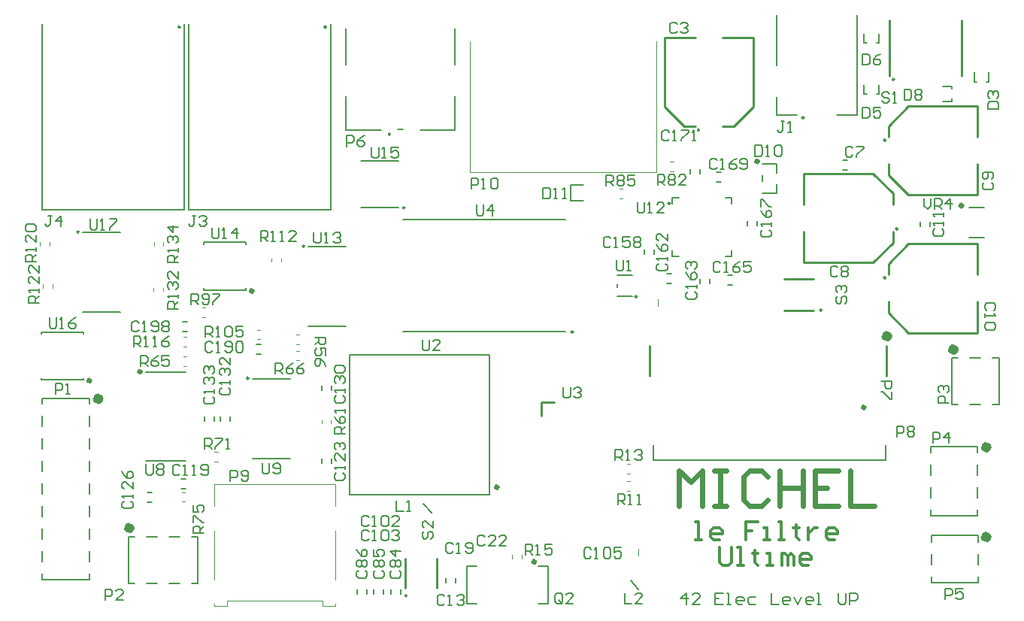
<source format=gto>
G04 Layer_Color=65535*
%FSLAX44Y44*%
%MOMM*%
G71*
G01*
G75*
%ADD46C,0.2500*%
%ADD48C,0.3500*%
%ADD49C,0.2000*%
%ADD51C,0.5000*%
%ADD52C,0.1500*%
%ADD56C,0.6000*%
%ADD58C,1.0000*%
%ADD60C,0.2540*%
%ADD63C,0.1000*%
%ADD112C,0.1524*%
D46*
X1257530Y1279360D02*
G03*
X1257530Y1279360I-1000J0D01*
G01*
X1155680Y1236160D02*
G03*
X1155680Y1236160I-1000J0D01*
G01*
X690050Y1217958D02*
G03*
X690050Y1217958I-1000J0D01*
G01*
X617750Y1338275D02*
G03*
X617750Y1338275I-1000J0D01*
G01*
X453250D02*
G03*
X453250Y1338275I-1000J0D01*
G01*
X708750Y698000D02*
G03*
X708750Y698000I-1000J0D01*
G01*
X1176000Y1019750D02*
G03*
X1176000Y1019750I-1000J0D01*
G01*
X530500Y942750D02*
G03*
X530500Y942750I-1000J0D01*
G01*
X1261250Y1111000D02*
G03*
X1261250Y1111000I-1000J0D01*
G01*
X1247750Y1056000D02*
G03*
X1247750Y1056000I-1000J0D01*
G01*
Y1211000D02*
G03*
X1247750Y1211000I-1000J0D01*
G01*
X1038000Y1222280D02*
G03*
X1038000Y1222280I-1000J0D01*
G01*
X706250Y1134850D02*
G03*
X706250Y1134850I-1000J0D01*
G01*
X339500Y1107750D02*
G03*
X339500Y1107750I-1000J0D01*
G01*
X593500Y1091750D02*
G03*
X593500Y1091750I-1000J0D01*
G01*
X896000Y995000D02*
G03*
X896000Y995000I-1250J0D01*
G01*
X967500Y1034750D02*
G03*
X967500Y1034750I-1000J0D01*
G01*
X1005000Y1139750D02*
G03*
X1005000Y1139750I-1000J0D01*
G01*
X1256000Y1138050D02*
Y1150750D01*
Y1095250D02*
Y1107760D01*
X1233750Y1073000D02*
X1256000Y1095250D01*
X1233750Y1173000D02*
X1256000Y1150750D01*
X1156000Y1073000D02*
X1233750D01*
X1156000D02*
Y1107760D01*
Y1138240D02*
Y1173000D01*
X1233750D01*
X1251000Y1016250D02*
Y1028950D01*
Y1059240D02*
Y1071750D01*
X1273250Y1094000D01*
X1251000Y1016250D02*
X1273250Y994000D01*
Y1094000D02*
X1351000D01*
Y1059240D02*
Y1094000D01*
Y994000D02*
Y1028760D01*
X1273250Y994000D02*
X1351000D01*
X1251000Y1171250D02*
Y1183950D01*
Y1214240D02*
Y1226750D01*
X1273250Y1249000D01*
X1251000Y1171250D02*
X1273250Y1149000D01*
Y1249000D02*
X1351000D01*
Y1214240D02*
Y1249000D01*
Y1149000D02*
Y1183760D01*
X1273250Y1149000D02*
X1351000D01*
X1064050Y1226530D02*
X1076750D01*
X1021250D02*
X1033760D01*
X999000Y1248780D02*
X1021250Y1226530D01*
X1076750D02*
X1099000Y1248780D01*
X999000D02*
Y1326530D01*
X1033760D01*
X1064240D02*
X1099000D01*
Y1248780D02*
Y1326530D01*
D48*
X1061000Y751994D02*
Y735332D01*
X1064332Y732000D01*
X1070997D01*
X1074329Y735332D01*
Y751994D01*
X1080994Y732000D02*
X1087658D01*
X1084326D01*
Y751994D01*
X1080994D01*
X1100987Y748661D02*
Y745329D01*
X1097655D01*
X1104319D01*
X1100987D01*
Y735332D01*
X1104319Y732000D01*
X1114316D02*
X1120981D01*
X1117648D01*
Y745329D01*
X1114316D01*
X1130977Y732000D02*
Y745329D01*
X1134310D01*
X1137642Y741997D01*
Y732000D01*
Y741997D01*
X1140974Y745329D01*
X1144306Y741997D01*
Y732000D01*
X1160968D02*
X1154303D01*
X1150971Y735332D01*
Y741997D01*
X1154303Y745329D01*
X1160968D01*
X1164300Y741997D01*
Y738664D01*
X1150971D01*
X1034000Y761000D02*
X1040665D01*
X1037332D01*
Y780994D01*
X1034000D01*
X1060658Y761000D02*
X1053994D01*
X1050661Y764332D01*
Y770997D01*
X1053994Y774329D01*
X1060658D01*
X1063990Y770997D01*
Y767664D01*
X1050661D01*
X1103977Y780994D02*
X1090648D01*
Y770997D01*
X1097313D01*
X1090648D01*
Y761000D01*
X1110642D02*
X1117307D01*
X1113974D01*
Y774329D01*
X1110642D01*
X1127303Y761000D02*
X1133968D01*
X1130636D01*
Y780994D01*
X1127303D01*
X1147297Y777661D02*
Y774329D01*
X1143964D01*
X1150629D01*
X1147297D01*
Y764332D01*
X1150629Y761000D01*
X1160626Y774329D02*
Y761000D01*
Y767664D01*
X1163958Y770997D01*
X1167290Y774329D01*
X1170623D01*
X1190616Y761000D02*
X1183952D01*
X1180619Y764332D01*
Y770997D01*
X1183952Y774329D01*
X1190616D01*
X1193948Y770997D01*
Y767664D01*
X1180619D01*
D49*
X776500Y688750D02*
Y731250D01*
X787000D01*
X776500Y688750D02*
X787000D01*
X857000Y731250D02*
X867500D01*
X857000Y688750D02*
X867500D01*
Y731250D01*
X1341500Y1135250D02*
X1358500D01*
X1341500Y1100750D02*
X1358500D01*
X727500Y801000D02*
X736500Y791000D01*
X960500Y715127D02*
X969500Y705127D01*
X704000Y1121800D02*
X887000D01*
X704000Y995200D02*
X887000D01*
X644260Y968740D02*
X801740D01*
X644260Y811260D02*
X801740D01*
X644260D02*
Y968740D01*
X801740Y811260D02*
Y968740D01*
X883747Y690999D02*
Y698997D01*
X881748Y700996D01*
X877749D01*
X875750Y698997D01*
Y690999D01*
X877749Y689000D01*
X881748D01*
X879749Y692999D02*
X883747Y689000D01*
X881748D02*
X883747Y690999D01*
X895743Y689000D02*
X887746D01*
X895743Y696997D01*
Y698997D01*
X893744Y700996D01*
X889745D01*
X887746Y698997D01*
X641000Y1204000D02*
Y1215996D01*
X646998D01*
X648997Y1213997D01*
Y1209998D01*
X646998Y1207999D01*
X641000D01*
X660993Y1215996D02*
X656995Y1213997D01*
X652996Y1209998D01*
Y1205999D01*
X654995Y1204000D01*
X658994D01*
X660993Y1205999D01*
Y1207999D01*
X658994Y1209998D01*
X652996D01*
X781000Y1156000D02*
Y1167996D01*
X786998D01*
X788997Y1165997D01*
Y1161998D01*
X786998Y1159999D01*
X781000D01*
X792996Y1156000D02*
X796995D01*
X794995D01*
Y1167996D01*
X792996Y1165997D01*
X802993D02*
X804992Y1167996D01*
X808991D01*
X810990Y1165997D01*
Y1157999D01*
X808991Y1156000D01*
X804992D01*
X802993Y1157999D01*
Y1165997D01*
X1133997Y1231996D02*
X1129999D01*
X1131998D01*
Y1221999D01*
X1129999Y1220000D01*
X1127999D01*
X1126000Y1221999D01*
X1137996Y1220000D02*
X1141995D01*
X1139995D01*
Y1231996D01*
X1137996Y1229997D01*
X1251997Y1262997D02*
X1249998Y1264996D01*
X1245999D01*
X1244000Y1262997D01*
Y1260997D01*
X1245999Y1258998D01*
X1249998D01*
X1251997Y1256999D01*
Y1254999D01*
X1249998Y1253000D01*
X1245999D01*
X1244000Y1254999D01*
X1255996Y1253000D02*
X1259995D01*
X1257996D01*
Y1264996D01*
X1255996Y1262997D01*
X470997Y1125996D02*
X466999D01*
X468998D01*
Y1115999D01*
X466999Y1114000D01*
X464999D01*
X463000Y1115999D01*
X474996Y1123997D02*
X476995Y1125996D01*
X480994D01*
X482994Y1123997D01*
Y1121997D01*
X480994Y1119998D01*
X478995D01*
X480994D01*
X482994Y1117999D01*
Y1115999D01*
X480994Y1114000D01*
X476995D01*
X474996Y1115999D01*
X308997Y1125996D02*
X304999D01*
X306998D01*
Y1115999D01*
X304999Y1114000D01*
X302999D01*
X301000Y1115999D01*
X318994Y1114000D02*
Y1125996D01*
X312996Y1119998D01*
X320993D01*
X728003Y769997D02*
X726004Y767998D01*
Y763999D01*
X728003Y762000D01*
X730003D01*
X732002Y763999D01*
Y767998D01*
X734001Y769997D01*
X736001D01*
X738000Y767998D01*
Y763999D01*
X736001Y762000D01*
X738000Y781993D02*
Y773996D01*
X730003Y781993D01*
X728003D01*
X726004Y779994D01*
Y775995D01*
X728003Y773996D01*
X1291000Y1144996D02*
Y1136999D01*
X1294999Y1133000D01*
X1298997Y1136999D01*
Y1144996D01*
X1302996Y1133000D02*
Y1144996D01*
X1308994D01*
X1310993Y1142997D01*
Y1138998D01*
X1308994Y1136999D01*
X1302996D01*
X1306995D02*
X1310993Y1133000D01*
X1320990D02*
Y1144996D01*
X1314992Y1138998D01*
X1322990D01*
X306000Y1010996D02*
Y1000999D01*
X307999Y999000D01*
X311998D01*
X313997Y1000999D01*
Y1010996D01*
X317996Y999000D02*
X321995D01*
X319995D01*
Y1010996D01*
X317996Y1008997D01*
X335990Y1010996D02*
X331992Y1008997D01*
X327993Y1004998D01*
Y1000999D01*
X329992Y999000D01*
X333991D01*
X335990Y1000999D01*
Y1002999D01*
X333991Y1004998D01*
X327993D01*
X669000Y1202996D02*
Y1192999D01*
X670999Y1191000D01*
X674998D01*
X676997Y1192999D01*
Y1202996D01*
X680996Y1191000D02*
X684995D01*
X682996D01*
Y1202996D01*
X680996Y1200997D01*
X698990Y1202996D02*
X690993D01*
Y1196998D01*
X694992Y1198997D01*
X696991D01*
X698990Y1196998D01*
Y1192999D01*
X696991Y1191000D01*
X692992D01*
X690993Y1192999D01*
X489000Y1111996D02*
Y1101999D01*
X490999Y1100000D01*
X494998D01*
X496997Y1101999D01*
Y1111996D01*
X500996Y1100000D02*
X504995D01*
X502995D01*
Y1111996D01*
X500996Y1109997D01*
X516991Y1100000D02*
Y1111996D01*
X510993Y1105998D01*
X518990D01*
X1194003Y1034997D02*
X1192004Y1032998D01*
Y1028999D01*
X1194003Y1027000D01*
X1196003D01*
X1198002Y1028999D01*
Y1032998D01*
X1200001Y1034997D01*
X1202001D01*
X1204000Y1032998D01*
Y1028999D01*
X1202001Y1027000D01*
X1194003Y1038996D02*
X1192004Y1040995D01*
Y1044994D01*
X1194003Y1046993D01*
X1196003D01*
X1198002Y1044994D01*
Y1042995D01*
Y1044994D01*
X1200001Y1046993D01*
X1202001D01*
X1204000Y1044994D01*
Y1040995D01*
X1202001Y1038996D01*
X451000Y1073000D02*
X439004D01*
Y1078998D01*
X441003Y1080997D01*
X445002D01*
X447001Y1078998D01*
Y1073000D01*
Y1076999D02*
X451000Y1080997D01*
Y1084996D02*
Y1088995D01*
Y1086995D01*
X439004D01*
X441003Y1084996D01*
Y1094993D02*
X439004Y1096992D01*
Y1100991D01*
X441003Y1102990D01*
X443003D01*
X445002Y1100991D01*
Y1098992D01*
Y1100991D01*
X447001Y1102990D01*
X449001D01*
X451000Y1100991D01*
Y1096992D01*
X449001Y1094993D01*
X451000Y1112987D02*
X439004D01*
X445002Y1106989D01*
Y1114986D01*
X451000Y1021000D02*
X439004D01*
Y1026998D01*
X441003Y1028997D01*
X445002D01*
X447001Y1026998D01*
Y1021000D01*
Y1024999D02*
X451000Y1028997D01*
Y1032996D02*
Y1036995D01*
Y1034995D01*
X439004D01*
X441003Y1032996D01*
Y1042993D02*
X439004Y1044992D01*
Y1048991D01*
X441003Y1050990D01*
X443003D01*
X445002Y1048991D01*
Y1046992D01*
Y1048991D01*
X447001Y1050990D01*
X449001D01*
X451000Y1048991D01*
Y1044992D01*
X449001Y1042993D01*
X451000Y1062986D02*
Y1054989D01*
X443003Y1062986D01*
X441003D01*
X439004Y1060987D01*
Y1056988D01*
X441003Y1054989D01*
X294500Y1027500D02*
X282504D01*
Y1033498D01*
X284503Y1035497D01*
X288502D01*
X290501Y1033498D01*
Y1027500D01*
Y1031499D02*
X294500Y1035497D01*
Y1039496D02*
Y1043495D01*
Y1041496D01*
X282504D01*
X284503Y1039496D01*
X294500Y1057490D02*
Y1049493D01*
X286503Y1057490D01*
X284503D01*
X282504Y1055491D01*
Y1051492D01*
X284503Y1049493D01*
X294500Y1069486D02*
Y1061489D01*
X286503Y1069486D01*
X284503D01*
X282504Y1067487D01*
Y1063488D01*
X284503Y1061489D01*
X291000Y1074000D02*
X279004D01*
Y1079998D01*
X281003Y1081997D01*
X285002D01*
X287001Y1079998D01*
Y1074000D01*
Y1077999D02*
X291000Y1081997D01*
Y1085996D02*
Y1089995D01*
Y1087996D01*
X279004D01*
X281003Y1085996D01*
X291000Y1103990D02*
Y1095993D01*
X283003Y1103990D01*
X281003D01*
X279004Y1101991D01*
Y1097992D01*
X281003Y1095993D01*
Y1107989D02*
X279004Y1109988D01*
Y1113987D01*
X281003Y1115986D01*
X289001D01*
X291000Y1113987D01*
Y1109988D01*
X289001Y1107989D01*
X281003D01*
X933250Y1159500D02*
Y1171496D01*
X939248D01*
X941247Y1169497D01*
Y1165498D01*
X939248Y1163499D01*
X933250D01*
X937249D02*
X941247Y1159500D01*
X945246Y1169497D02*
X947245Y1171496D01*
X951244D01*
X953243Y1169497D01*
Y1167497D01*
X951244Y1165498D01*
X953243Y1163499D01*
Y1161499D01*
X951244Y1159500D01*
X947245D01*
X945246Y1161499D01*
Y1163499D01*
X947245Y1165498D01*
X945246Y1167497D01*
Y1169497D01*
X947245Y1165498D02*
X951244D01*
X965240Y1171496D02*
X957242D01*
Y1165498D01*
X961241Y1167497D01*
X963240D01*
X965240Y1165498D01*
Y1161499D01*
X963240Y1159500D01*
X959242D01*
X957242Y1161499D01*
X991000Y1160000D02*
Y1171996D01*
X996998D01*
X998997Y1169997D01*
Y1165998D01*
X996998Y1163999D01*
X991000D01*
X994999D02*
X998997Y1160000D01*
X1002996Y1169997D02*
X1004995Y1171996D01*
X1008994D01*
X1010993Y1169997D01*
Y1167997D01*
X1008994Y1165998D01*
X1010993Y1163999D01*
Y1161999D01*
X1008994Y1160000D01*
X1004995D01*
X1002996Y1161999D01*
Y1163999D01*
X1004995Y1165998D01*
X1002996Y1167997D01*
Y1169997D01*
X1004995Y1165998D02*
X1008994D01*
X1022990Y1160000D02*
X1014992D01*
X1022990Y1167997D01*
Y1169997D01*
X1020990Y1171996D01*
X1016992D01*
X1014992Y1169997D01*
X1315000Y694000D02*
Y705996D01*
X1320998D01*
X1322997Y703997D01*
Y699998D01*
X1320998Y697999D01*
X1315000D01*
X1334993Y705996D02*
X1326996D01*
Y699998D01*
X1330995Y701997D01*
X1332994D01*
X1334993Y699998D01*
Y695999D01*
X1332994Y694000D01*
X1328996D01*
X1326996Y695999D01*
X1301000Y870000D02*
Y881996D01*
X1306998D01*
X1308997Y879997D01*
Y875998D01*
X1306998Y873999D01*
X1301000D01*
X1318994Y870000D02*
Y881996D01*
X1312996Y875998D01*
X1320993D01*
X862250Y1157246D02*
Y1145250D01*
X868248D01*
X870247Y1147249D01*
Y1155247D01*
X868248Y1157246D01*
X862250D01*
X874246Y1145250D02*
X878245D01*
X876245D01*
Y1157246D01*
X874246Y1155247D01*
X884243Y1145250D02*
X888242D01*
X886242D01*
Y1157246D01*
X884243Y1155247D01*
X1101000Y1204996D02*
Y1193000D01*
X1106998D01*
X1108997Y1194999D01*
Y1202997D01*
X1106998Y1204996D01*
X1101000D01*
X1112996Y1193000D02*
X1116995D01*
X1114995D01*
Y1204996D01*
X1112996Y1202997D01*
X1122993D02*
X1124992Y1204996D01*
X1128991D01*
X1130990Y1202997D01*
Y1194999D01*
X1128991Y1193000D01*
X1124992D01*
X1122993Y1194999D01*
Y1202997D01*
X1003997Y1219997D02*
X1001998Y1221996D01*
X997999D01*
X996000Y1219997D01*
Y1211999D01*
X997999Y1210000D01*
X1001998D01*
X1003997Y1211999D01*
X1007996Y1210000D02*
X1011995D01*
X1009995D01*
Y1221996D01*
X1007996Y1219997D01*
X1017993Y1221996D02*
X1025990D01*
Y1219997D01*
X1017993Y1211999D01*
Y1210000D01*
X1029989D02*
X1033988D01*
X1031988D01*
Y1221996D01*
X1029989Y1219997D01*
X1057997Y1187997D02*
X1055998Y1189996D01*
X1051999D01*
X1050000Y1187997D01*
Y1179999D01*
X1051999Y1178000D01*
X1055998D01*
X1057997Y1179999D01*
X1061996Y1178000D02*
X1065995D01*
X1063996D01*
Y1189996D01*
X1061996Y1187997D01*
X1079990Y1189996D02*
X1075992Y1187997D01*
X1071993Y1183998D01*
Y1179999D01*
X1073992Y1178000D01*
X1077991D01*
X1079990Y1179999D01*
Y1181999D01*
X1077991Y1183998D01*
X1071993D01*
X1083989Y1179999D02*
X1085988Y1178000D01*
X1089987D01*
X1091986Y1179999D01*
Y1187997D01*
X1089987Y1189996D01*
X1085988D01*
X1083989Y1187997D01*
Y1185997D01*
X1085988Y1183998D01*
X1091986D01*
X1109003Y1109997D02*
X1107004Y1107998D01*
Y1103999D01*
X1109003Y1102000D01*
X1117001D01*
X1119000Y1103999D01*
Y1107998D01*
X1117001Y1109997D01*
X1119000Y1113996D02*
Y1117995D01*
Y1115995D01*
X1107004D01*
X1109003Y1113996D01*
X1107004Y1131990D02*
X1109003Y1127992D01*
X1113002Y1123993D01*
X1117001D01*
X1119000Y1125992D01*
Y1129991D01*
X1117001Y1131990D01*
X1115001D01*
X1113002Y1129991D01*
Y1123993D01*
X1107004Y1135989D02*
Y1143986D01*
X1109003D01*
X1117001Y1135989D01*
X1119000D01*
X1061997Y1071997D02*
X1059998Y1073996D01*
X1055999D01*
X1054000Y1071997D01*
Y1063999D01*
X1055999Y1062000D01*
X1059998D01*
X1061997Y1063999D01*
X1065996Y1062000D02*
X1069995D01*
X1067996D01*
Y1073996D01*
X1065996Y1071997D01*
X1083990Y1073996D02*
X1079992Y1071997D01*
X1075993Y1067998D01*
Y1063999D01*
X1077992Y1062000D01*
X1081991D01*
X1083990Y1063999D01*
Y1065999D01*
X1081991Y1067998D01*
X1075993D01*
X1095986Y1073996D02*
X1087989D01*
Y1067998D01*
X1091988Y1069997D01*
X1093987D01*
X1095986Y1067998D01*
Y1063999D01*
X1093987Y1062000D01*
X1089988D01*
X1087989Y1063999D01*
X1025003Y1039997D02*
X1023004Y1037998D01*
Y1033999D01*
X1025003Y1032000D01*
X1033001D01*
X1035000Y1033999D01*
Y1037998D01*
X1033001Y1039997D01*
X1035000Y1043996D02*
Y1047995D01*
Y1045995D01*
X1023004D01*
X1025003Y1043996D01*
X1023004Y1061990D02*
X1025003Y1057992D01*
X1029002Y1053993D01*
X1033001D01*
X1035000Y1055992D01*
Y1059991D01*
X1033001Y1061990D01*
X1031001D01*
X1029002Y1059991D01*
Y1053993D01*
X1025003Y1065989D02*
X1023004Y1067988D01*
Y1071987D01*
X1025003Y1073986D01*
X1027003D01*
X1029002Y1071987D01*
Y1069988D01*
Y1071987D01*
X1031001Y1073986D01*
X1033001D01*
X1035000Y1071987D01*
Y1067988D01*
X1033001Y1065989D01*
X992003Y1071497D02*
X990004Y1069498D01*
Y1065499D01*
X992003Y1063500D01*
X1000001D01*
X1002000Y1065499D01*
Y1069498D01*
X1000001Y1071497D01*
X1002000Y1075496D02*
Y1079495D01*
Y1077495D01*
X990004D01*
X992003Y1075496D01*
X990004Y1093490D02*
X992003Y1089492D01*
X996002Y1085493D01*
X1000001D01*
X1002000Y1087492D01*
Y1091491D01*
X1000001Y1093490D01*
X998001D01*
X996002Y1091491D01*
Y1085493D01*
X1002000Y1105486D02*
Y1097489D01*
X994003Y1105486D01*
X992003D01*
X990004Y1103487D01*
Y1099488D01*
X992003Y1097489D01*
X937997Y1099997D02*
X935998Y1101996D01*
X931999D01*
X930000Y1099997D01*
Y1091999D01*
X931999Y1090000D01*
X935998D01*
X937997Y1091999D01*
X941996Y1090000D02*
X945995D01*
X943996D01*
Y1101996D01*
X941996Y1099997D01*
X959990Y1101996D02*
X951993D01*
Y1095998D01*
X955992Y1097997D01*
X957991D01*
X959990Y1095998D01*
Y1091999D01*
X957991Y1090000D01*
X953992D01*
X951993Y1091999D01*
X963989Y1099997D02*
X965988Y1101996D01*
X969987D01*
X971986Y1099997D01*
Y1097997D01*
X969987Y1095998D01*
X971986Y1093999D01*
Y1091999D01*
X969987Y1090000D01*
X965988D01*
X963989Y1091999D01*
Y1093999D01*
X965988Y1095998D01*
X963989Y1097997D01*
Y1099997D01*
X965988Y1095998D02*
X969987D01*
X401000Y978000D02*
Y989996D01*
X406998D01*
X408997Y987997D01*
Y983998D01*
X406998Y981999D01*
X401000D01*
X404999D02*
X408997Y978000D01*
X412996D02*
X416995D01*
X414995D01*
Y989996D01*
X412996Y987997D01*
X422993Y978000D02*
X426992D01*
X424992D01*
Y989996D01*
X422993Y987997D01*
X440987Y989996D02*
X436988Y987997D01*
X432990Y983998D01*
Y979999D01*
X434989Y978000D01*
X438988D01*
X440987Y979999D01*
Y981999D01*
X438988Y983998D01*
X432990D01*
X544000Y1097000D02*
Y1108996D01*
X549998D01*
X551997Y1106997D01*
Y1102998D01*
X549998Y1100999D01*
X544000D01*
X547999D02*
X551997Y1097000D01*
X555996D02*
X559995D01*
X557995D01*
Y1108996D01*
X555996Y1106997D01*
X565993Y1097000D02*
X569992D01*
X567992D01*
Y1108996D01*
X565993Y1106997D01*
X583987Y1097000D02*
X575990D01*
X583987Y1104997D01*
Y1106997D01*
X581988Y1108996D01*
X577989D01*
X575990Y1106997D01*
X482000Y989000D02*
Y1000996D01*
X487998D01*
X489997Y998997D01*
Y994998D01*
X487998Y992999D01*
X482000D01*
X485999D02*
X489997Y989000D01*
X493996D02*
X497995D01*
X495995D01*
Y1000996D01*
X493996Y998997D01*
X503993D02*
X505992Y1000996D01*
X509991D01*
X511990Y998997D01*
Y990999D01*
X509991Y989000D01*
X505992D01*
X503993Y990999D01*
Y998997D01*
X523986Y1000996D02*
X515989D01*
Y994998D01*
X519988Y996997D01*
X521987D01*
X523986Y994998D01*
Y990999D01*
X521987Y989000D01*
X517988D01*
X515989Y990999D01*
X466000Y1026000D02*
Y1037996D01*
X471998D01*
X473997Y1035997D01*
Y1031998D01*
X471998Y1029999D01*
X466000D01*
X469999D02*
X473997Y1026000D01*
X477996Y1027999D02*
X479995Y1026000D01*
X483994D01*
X485993Y1027999D01*
Y1035997D01*
X483994Y1037996D01*
X479995D01*
X477996Y1035997D01*
Y1033997D01*
X479995Y1031998D01*
X485993D01*
X489992Y1037996D02*
X497990D01*
Y1035997D01*
X489992Y1027999D01*
Y1026000D01*
X406997Y1004997D02*
X404998Y1006996D01*
X400999D01*
X399000Y1004997D01*
Y996999D01*
X400999Y995000D01*
X404998D01*
X406997Y996999D01*
X410996Y995000D02*
X414995D01*
X412995D01*
Y1006996D01*
X410996Y1004997D01*
X420993Y996999D02*
X422992Y995000D01*
X426991D01*
X428990Y996999D01*
Y1004997D01*
X426991Y1006996D01*
X422992D01*
X420993Y1004997D01*
Y1002997D01*
X422992Y1000998D01*
X428990D01*
X432989Y1004997D02*
X434988Y1006996D01*
X438987D01*
X440986Y1004997D01*
Y1002997D01*
X438987Y1000998D01*
X440986Y998999D01*
Y996999D01*
X438987Y995000D01*
X434988D01*
X432989Y996999D01*
Y998999D01*
X434988Y1000998D01*
X432989Y1002997D01*
Y1004997D01*
X434988Y1000998D02*
X438987D01*
X489997Y981997D02*
X487998Y983996D01*
X483999D01*
X482000Y981997D01*
Y973999D01*
X483999Y972000D01*
X487998D01*
X489997Y973999D01*
X493996Y972000D02*
X497995D01*
X495995D01*
Y983996D01*
X493996Y981997D01*
X503993Y973999D02*
X505992Y972000D01*
X509991D01*
X511990Y973999D01*
Y981997D01*
X509991Y983996D01*
X505992D01*
X503993Y981997D01*
Y979997D01*
X505992Y977998D01*
X511990D01*
X515989Y981997D02*
X517988Y983996D01*
X521987D01*
X523986Y981997D01*
Y973999D01*
X521987Y972000D01*
X517988D01*
X515989Y973999D01*
Y981997D01*
X1260500Y877000D02*
Y888996D01*
X1266498D01*
X1268497Y886997D01*
Y882998D01*
X1266498Y880999D01*
X1260500D01*
X1272496Y886997D02*
X1274495Y888996D01*
X1278494D01*
X1280493Y886997D01*
Y884997D01*
X1278494Y882998D01*
X1280493Y880999D01*
Y878999D01*
X1278494Y877000D01*
X1274495D01*
X1272496Y878999D01*
Y880999D01*
X1274495Y882998D01*
X1272496Y884997D01*
Y886997D01*
X1274495Y882998D02*
X1278494D01*
X1012997Y1341527D02*
X1010998Y1343526D01*
X1006999D01*
X1005000Y1341527D01*
Y1333529D01*
X1006999Y1331530D01*
X1010998D01*
X1012997Y1333529D01*
X1016996Y1341527D02*
X1018996Y1343526D01*
X1022994D01*
X1024994Y1341527D01*
Y1339527D01*
X1022994Y1337528D01*
X1020995D01*
X1022994D01*
X1024994Y1335529D01*
Y1333529D01*
X1022994Y1331530D01*
X1018996D01*
X1016996Y1333529D01*
X1210997Y1201997D02*
X1208998Y1203996D01*
X1204999D01*
X1203000Y1201997D01*
Y1193999D01*
X1204999Y1192000D01*
X1208998D01*
X1210997Y1193999D01*
X1214996Y1203996D02*
X1222994D01*
Y1201997D01*
X1214996Y1193999D01*
Y1192000D01*
X1193997Y1066997D02*
X1191998Y1068996D01*
X1187999D01*
X1186000Y1066997D01*
Y1058999D01*
X1187999Y1057000D01*
X1191998D01*
X1193997Y1058999D01*
X1197996Y1066997D02*
X1199995Y1068996D01*
X1203994D01*
X1205993Y1066997D01*
Y1064997D01*
X1203994Y1062998D01*
X1205993Y1060999D01*
Y1058999D01*
X1203994Y1057000D01*
X1199995D01*
X1197996Y1058999D01*
Y1060999D01*
X1199995Y1062998D01*
X1197996Y1064997D01*
Y1066997D01*
X1199995Y1062998D02*
X1203994D01*
X1359003Y1162997D02*
X1357004Y1160998D01*
Y1156999D01*
X1359003Y1155000D01*
X1367001D01*
X1369000Y1156999D01*
Y1160998D01*
X1367001Y1162997D01*
Y1166996D02*
X1369000Y1168996D01*
Y1172994D01*
X1367001Y1174994D01*
X1359003D01*
X1357004Y1172994D01*
Y1168996D01*
X1359003Y1166996D01*
X1361003D01*
X1363002Y1168996D01*
Y1174994D01*
X1369497Y1019253D02*
X1371496Y1021252D01*
Y1025251D01*
X1369497Y1027250D01*
X1361499D01*
X1359500Y1025251D01*
Y1021252D01*
X1361499Y1019253D01*
X1359500Y1015254D02*
Y1011255D01*
Y1013254D01*
X1371496D01*
X1369497Y1015254D01*
Y1005257D02*
X1371496Y1003258D01*
Y999259D01*
X1369497Y997260D01*
X1361499D01*
X1359500Y999259D01*
Y1003258D01*
X1361499Y1005257D01*
X1369497D01*
X1303003Y1110997D02*
X1301004Y1108998D01*
Y1104999D01*
X1303003Y1103000D01*
X1311001D01*
X1313000Y1104999D01*
Y1108998D01*
X1311001Y1110997D01*
X1313000Y1114996D02*
Y1118995D01*
Y1116995D01*
X1301004D01*
X1303003Y1114996D01*
X1313000Y1124993D02*
Y1128992D01*
Y1126992D01*
X1301004D01*
X1303003Y1124993D01*
X1363004Y1246000D02*
X1375000D01*
Y1251998D01*
X1373001Y1253997D01*
X1365003D01*
X1363004Y1251998D01*
Y1246000D01*
X1365003Y1257996D02*
X1363004Y1259995D01*
Y1263994D01*
X1365003Y1265993D01*
X1367003D01*
X1369002Y1263994D01*
Y1261995D01*
Y1263994D01*
X1371001Y1265993D01*
X1373001D01*
X1375000Y1263994D01*
Y1259995D01*
X1373001Y1257996D01*
X1222000Y1247996D02*
Y1236000D01*
X1227998D01*
X1229997Y1237999D01*
Y1245997D01*
X1227998Y1247996D01*
X1222000D01*
X1241993D02*
X1233996D01*
Y1241998D01*
X1237995Y1243997D01*
X1239994D01*
X1241993Y1241998D01*
Y1237999D01*
X1239994Y1236000D01*
X1235995D01*
X1233996Y1237999D01*
X1222000Y1307754D02*
Y1295758D01*
X1227998D01*
X1229997Y1297757D01*
Y1305755D01*
X1227998Y1307754D01*
X1222000D01*
X1241993D02*
X1237995Y1305755D01*
X1233996Y1301756D01*
Y1297757D01*
X1235995Y1295758D01*
X1239994D01*
X1241993Y1297757D01*
Y1299757D01*
X1239994Y1301756D01*
X1233996D01*
X1242750Y939250D02*
X1254746D01*
Y933252D01*
X1252747Y931253D01*
X1248748D01*
X1246749Y933252D01*
Y939250D01*
X1254746Y927254D02*
Y919257D01*
X1252747D01*
X1244749Y927254D01*
X1242750D01*
X510000Y827000D02*
Y838996D01*
X515998D01*
X517997Y836997D01*
Y832998D01*
X515998Y830999D01*
X510000D01*
X521996Y828999D02*
X523996Y827000D01*
X527994D01*
X529994Y828999D01*
Y836997D01*
X527994Y838996D01*
X523996D01*
X521996Y836997D01*
Y834997D01*
X523996Y832998D01*
X529994D01*
X313000Y925000D02*
Y936996D01*
X318998D01*
X320997Y934997D01*
Y930998D01*
X318998Y928999D01*
X313000D01*
X324996Y925000D02*
X328995D01*
X326996D01*
Y936996D01*
X324996Y934997D01*
X369000Y693000D02*
Y704996D01*
X374998D01*
X376997Y702997D01*
Y698998D01*
X374998Y696999D01*
X369000D01*
X388993Y693000D02*
X380996D01*
X388993Y700997D01*
Y702997D01*
X386994Y704996D01*
X382995D01*
X380996Y702997D01*
X1319000Y914500D02*
X1307004D01*
Y920498D01*
X1309003Y922497D01*
X1313002D01*
X1315001Y920498D01*
Y914500D01*
X1309003Y926496D02*
X1307004Y928495D01*
Y932494D01*
X1309003Y934493D01*
X1311003D01*
X1313002Y932494D01*
Y930495D01*
Y932494D01*
X1315001Y934493D01*
X1317001D01*
X1319000Y932494D01*
Y928495D01*
X1317001Y926496D01*
X452997Y843361D02*
X450998Y845360D01*
X446999D01*
X445000Y843361D01*
Y835363D01*
X446999Y833364D01*
X450998D01*
X452997Y835363D01*
X456996Y833364D02*
X460995D01*
X458996D01*
Y845360D01*
X456996Y843361D01*
X466993Y833364D02*
X470992D01*
X468992D01*
Y845360D01*
X466993Y843361D01*
X476990Y835363D02*
X478989Y833364D01*
X482988D01*
X484987Y835363D01*
Y843361D01*
X482988Y845360D01*
X478989D01*
X476990Y843361D01*
Y841361D01*
X478989Y839362D01*
X484987D01*
X629003Y835997D02*
X627004Y833998D01*
Y829999D01*
X629003Y828000D01*
X637001D01*
X639000Y829999D01*
Y833998D01*
X637001Y835997D01*
X639000Y839996D02*
Y843995D01*
Y841995D01*
X627004D01*
X629003Y839996D01*
X639000Y857990D02*
Y849993D01*
X631003Y857990D01*
X629003D01*
X627004Y855991D01*
Y851992D01*
X629003Y849993D01*
Y861989D02*
X627004Y863988D01*
Y867987D01*
X629003Y869986D01*
X631003D01*
X633002Y867987D01*
Y865988D01*
Y867987D01*
X635001Y869986D01*
X637001D01*
X639000Y867987D01*
Y863988D01*
X637001Y861989D01*
X390003Y803997D02*
X388004Y801998D01*
Y797999D01*
X390003Y796000D01*
X398001D01*
X400000Y797999D01*
Y801998D01*
X398001Y803997D01*
X400000Y807996D02*
Y811995D01*
Y809995D01*
X388004D01*
X390003Y807996D01*
X400000Y825990D02*
Y817993D01*
X392003Y825990D01*
X390003D01*
X388004Y823991D01*
Y819992D01*
X390003Y817993D01*
X388004Y837986D02*
X390003Y833988D01*
X394002Y829989D01*
X398001D01*
X400000Y831988D01*
Y835987D01*
X398001Y837986D01*
X396001D01*
X394002Y835987D01*
Y829989D01*
X629003Y922997D02*
X627004Y920998D01*
Y916999D01*
X629003Y915000D01*
X637001D01*
X639000Y916999D01*
Y920998D01*
X637001Y922997D01*
X639000Y926996D02*
Y930995D01*
Y928996D01*
X627004D01*
X629003Y926996D01*
Y936993D02*
X627004Y938992D01*
Y942991D01*
X629003Y944990D01*
X631003D01*
X633002Y942991D01*
Y940992D01*
Y942991D01*
X635001Y944990D01*
X637001D01*
X639000Y942991D01*
Y938992D01*
X637001Y936993D01*
X629003Y948989D02*
X627004Y950988D01*
Y954987D01*
X629003Y956986D01*
X637001D01*
X639000Y954987D01*
Y950988D01*
X637001Y948989D01*
X629003D01*
X500003Y931997D02*
X498004Y929998D01*
Y925999D01*
X500003Y924000D01*
X508001D01*
X510000Y925999D01*
Y929998D01*
X508001Y931997D01*
X510000Y935996D02*
Y939995D01*
Y937996D01*
X498004D01*
X500003Y935996D01*
Y945993D02*
X498004Y947992D01*
Y951991D01*
X500003Y953990D01*
X502003D01*
X504002Y951991D01*
Y949992D01*
Y951991D01*
X506001Y953990D01*
X508001D01*
X510000Y951991D01*
Y947992D01*
X508001Y945993D01*
X510000Y965986D02*
Y957989D01*
X502003Y965986D01*
X500003D01*
X498004Y963987D01*
Y959988D01*
X500003Y957989D01*
X482003Y921997D02*
X480004Y919998D01*
Y915999D01*
X482003Y914000D01*
X490001D01*
X492000Y915999D01*
Y919998D01*
X490001Y921997D01*
X492000Y925996D02*
Y929995D01*
Y927996D01*
X480004D01*
X482003Y925996D01*
Y935993D02*
X480004Y937992D01*
Y941991D01*
X482003Y943990D01*
X484003D01*
X486002Y941991D01*
Y939992D01*
Y941991D01*
X488001Y943990D01*
X490001D01*
X492000Y941991D01*
Y937992D01*
X490001Y935993D01*
X482003Y947989D02*
X480004Y949988D01*
Y953987D01*
X482003Y955986D01*
X484003D01*
X486002Y953987D01*
Y951988D01*
Y953987D01*
X488001Y955986D01*
X490001D01*
X492000Y953987D01*
Y949988D01*
X490001Y947989D01*
X605250Y988500D02*
X617246D01*
Y982502D01*
X615247Y980503D01*
X611248D01*
X609249Y982502D01*
Y988500D01*
Y984501D02*
X605250Y980503D01*
X617246Y968506D02*
Y976504D01*
X611248D01*
X613247Y972505D01*
Y970506D01*
X611248Y968506D01*
X607249D01*
X605250Y970506D01*
Y974504D01*
X607249Y976504D01*
X617246Y956510D02*
X615247Y960509D01*
X611248Y964508D01*
X607249D01*
X605250Y962508D01*
Y958510D01*
X607249Y956510D01*
X609249D01*
X611248Y958510D01*
Y964508D01*
X639000Y880000D02*
X627004D01*
Y885998D01*
X629003Y887997D01*
X633002D01*
X635001Y885998D01*
Y880000D01*
Y883999D02*
X639000Y887997D01*
X627004Y899994D02*
X629003Y895995D01*
X633002Y891996D01*
X637001D01*
X639000Y893996D01*
Y897994D01*
X637001Y899994D01*
X635001D01*
X633002Y897994D01*
Y891996D01*
X639000Y903992D02*
Y907991D01*
Y905992D01*
X627004D01*
X629003Y903992D01*
X409000Y956000D02*
Y967996D01*
X414998D01*
X416997Y965997D01*
Y961998D01*
X414998Y959999D01*
X409000D01*
X412999D02*
X416997Y956000D01*
X428993Y967996D02*
X424995Y965997D01*
X420996Y961998D01*
Y957999D01*
X422995Y956000D01*
X426994D01*
X428993Y957999D01*
Y959999D01*
X426994Y961998D01*
X420996D01*
X440990Y967996D02*
X432992D01*
Y961998D01*
X436991Y963997D01*
X438990D01*
X440990Y961998D01*
Y957999D01*
X438990Y956000D01*
X434992D01*
X432992Y957999D01*
X560750Y947500D02*
Y959496D01*
X566748D01*
X568747Y957497D01*
Y953498D01*
X566748Y951499D01*
X560750D01*
X564749D02*
X568747Y947500D01*
X580743Y959496D02*
X576745Y957497D01*
X572746Y953498D01*
Y949499D01*
X574745Y947500D01*
X578744D01*
X580743Y949499D01*
Y951499D01*
X578744Y953498D01*
X572746D01*
X592740Y959496D02*
X588741Y957497D01*
X584742Y953498D01*
Y949499D01*
X586742Y947500D01*
X590740D01*
X592740Y949499D01*
Y951499D01*
X590740Y953498D01*
X584742D01*
X481000Y863000D02*
Y874996D01*
X486998D01*
X488997Y872997D01*
Y868998D01*
X486998Y866999D01*
X481000D01*
X484999D02*
X488997Y863000D01*
X492996Y874996D02*
X500993D01*
Y872997D01*
X492996Y864999D01*
Y863000D01*
X504992D02*
X508991D01*
X506992D01*
Y874996D01*
X504992Y872997D01*
X480000Y768000D02*
X468004D01*
Y773998D01*
X470003Y775997D01*
X474002D01*
X476001Y773998D01*
Y768000D01*
Y771999D02*
X480000Y775997D01*
X468004Y779996D02*
Y787993D01*
X470003D01*
X478001Y779996D01*
X480000D01*
X468004Y799990D02*
Y791992D01*
X474002D01*
X472003Y795991D01*
Y797990D01*
X474002Y799990D01*
X478001D01*
X480000Y797990D01*
Y793992D01*
X478001Y791992D01*
X415000Y845996D02*
Y835999D01*
X416999Y834000D01*
X420998D01*
X422997Y835999D01*
Y845996D01*
X426996Y843997D02*
X428996Y845996D01*
X432994D01*
X434994Y843997D01*
Y841997D01*
X432994Y839998D01*
X434994Y837999D01*
Y835999D01*
X432994Y834000D01*
X428996D01*
X426996Y835999D01*
Y837999D01*
X428996Y839998D01*
X426996Y841997D01*
Y843997D01*
X428996Y839998D02*
X432994D01*
X546000Y846996D02*
Y836999D01*
X547999Y835000D01*
X551998D01*
X553997Y836999D01*
Y846996D01*
X557996Y836999D02*
X559995Y835000D01*
X563994D01*
X565993Y836999D01*
Y844997D01*
X563994Y846996D01*
X559995D01*
X557996Y844997D01*
Y842997D01*
X559995Y840998D01*
X565993D01*
X750997Y696997D02*
X748998Y698996D01*
X744999D01*
X743000Y696997D01*
Y688999D01*
X744999Y687000D01*
X748998D01*
X750997Y688999D01*
X754996Y687000D02*
X758995D01*
X756995D01*
Y698996D01*
X754996Y696997D01*
X764993D02*
X766992Y698996D01*
X770991D01*
X772990Y696997D01*
Y694997D01*
X770991Y692998D01*
X768992D01*
X770991D01*
X772990Y690999D01*
Y688999D01*
X770991Y687000D01*
X766992D01*
X764993Y688999D01*
X760747Y755747D02*
X758748Y757746D01*
X754749D01*
X752750Y755747D01*
Y747749D01*
X754749Y745750D01*
X758748D01*
X760747Y747749D01*
X764746Y745750D02*
X768745D01*
X766746D01*
Y757746D01*
X764746Y755747D01*
X774743Y747749D02*
X776742Y745750D01*
X780741D01*
X782740Y747749D01*
Y755747D01*
X780741Y757746D01*
X776742D01*
X774743Y755747D01*
Y753747D01*
X776742Y751748D01*
X782740D01*
X796497Y763747D02*
X794498Y765746D01*
X790499D01*
X788500Y763747D01*
Y755749D01*
X790499Y753750D01*
X794498D01*
X796497Y755749D01*
X808493Y753750D02*
X800496D01*
X808493Y761747D01*
Y763747D01*
X806494Y765746D01*
X802495D01*
X800496Y763747D01*
X820490Y753750D02*
X812492D01*
X820490Y761747D01*
Y763747D01*
X818490Y765746D01*
X814492D01*
X812492Y763747D01*
X692003Y725997D02*
X690004Y723998D01*
Y719999D01*
X692003Y718000D01*
X700001D01*
X702000Y719999D01*
Y723998D01*
X700001Y725997D01*
X692003Y729996D02*
X690004Y731995D01*
Y735994D01*
X692003Y737993D01*
X694003D01*
X696002Y735994D01*
X698001Y737993D01*
X700001D01*
X702000Y735994D01*
Y731995D01*
X700001Y729996D01*
X698001D01*
X696002Y731995D01*
X694003Y729996D01*
X692003D01*
X696002Y731995D02*
Y735994D01*
X702000Y747990D02*
X690004D01*
X696002Y741992D01*
Y749990D01*
X673003Y725997D02*
X671004Y723998D01*
Y719999D01*
X673003Y718000D01*
X681001D01*
X683000Y719999D01*
Y723998D01*
X681001Y725997D01*
X673003Y729996D02*
X671004Y731995D01*
Y735994D01*
X673003Y737993D01*
X675003D01*
X677002Y735994D01*
X679001Y737993D01*
X681001D01*
X683000Y735994D01*
Y731995D01*
X681001Y729996D01*
X679001D01*
X677002Y731995D01*
X675003Y729996D01*
X673003D01*
X677002Y731995D02*
Y735994D01*
X671004Y749990D02*
Y741992D01*
X677002D01*
X675003Y745991D01*
Y747990D01*
X677002Y749990D01*
X681001D01*
X683000Y747990D01*
Y743992D01*
X681001Y741992D01*
X654003Y725997D02*
X652004Y723998D01*
Y719999D01*
X654003Y718000D01*
X662001D01*
X664000Y719999D01*
Y723998D01*
X662001Y725997D01*
X654003Y729996D02*
X652004Y731995D01*
Y735994D01*
X654003Y737993D01*
X656003D01*
X658002Y735994D01*
X660001Y737993D01*
X662001D01*
X664000Y735994D01*
Y731995D01*
X662001Y729996D01*
X660001D01*
X658002Y731995D01*
X656003Y729996D01*
X654003D01*
X658002Y731995D02*
Y735994D01*
X652004Y749990D02*
X654003Y745991D01*
X658002Y741992D01*
X662001D01*
X664000Y743992D01*
Y747990D01*
X662001Y749990D01*
X660001D01*
X658002Y747990D01*
Y741992D01*
X665997Y785997D02*
X663998Y787996D01*
X659999D01*
X658000Y785997D01*
Y777999D01*
X659999Y776000D01*
X663998D01*
X665997Y777999D01*
X669996Y776000D02*
X673995D01*
X671995D01*
Y787996D01*
X669996Y785997D01*
X679993D02*
X681992Y787996D01*
X685991D01*
X687990Y785997D01*
Y777999D01*
X685991Y776000D01*
X681992D01*
X679993Y777999D01*
Y785997D01*
X699986Y776000D02*
X691989D01*
X699986Y783997D01*
Y785997D01*
X697987Y787996D01*
X693988D01*
X691989Y785997D01*
X665997Y769997D02*
X663998Y771996D01*
X659999D01*
X658000Y769997D01*
Y761999D01*
X659999Y760000D01*
X663998D01*
X665997Y761999D01*
X669996Y760000D02*
X673995D01*
X671995D01*
Y771996D01*
X669996Y769997D01*
X679993D02*
X681992Y771996D01*
X685991D01*
X687990Y769997D01*
Y761999D01*
X685991Y760000D01*
X681992D01*
X679993Y761999D01*
Y769997D01*
X691989D02*
X693988Y771996D01*
X697987D01*
X699986Y769997D01*
Y767997D01*
X697987Y765998D01*
X695988D01*
X697987D01*
X699986Y763999D01*
Y761999D01*
X697987Y760000D01*
X693988D01*
X691989Y761999D01*
X915997Y749997D02*
X913998Y751996D01*
X909999D01*
X908000Y749997D01*
Y741999D01*
X909999Y740000D01*
X913998D01*
X915997Y741999D01*
X919996Y740000D02*
X923995D01*
X921995D01*
Y751996D01*
X919996Y749997D01*
X929993D02*
X931992Y751996D01*
X935991D01*
X937990Y749997D01*
Y741999D01*
X935991Y740000D01*
X931992D01*
X929993Y741999D01*
Y749997D01*
X949986Y751996D02*
X941989D01*
Y745998D01*
X945988Y747997D01*
X947987D01*
X949986Y745998D01*
Y741999D01*
X947987Y740000D01*
X943988D01*
X941989Y741999D01*
X697000Y804996D02*
Y793000D01*
X704997D01*
X708996D02*
X712995D01*
X710995D01*
Y804996D01*
X708996Y802997D01*
X954000Y700996D02*
Y689000D01*
X961997D01*
X973994D02*
X965996D01*
X973994Y696997D01*
Y698997D01*
X971994Y700996D01*
X967996D01*
X965996Y698997D01*
X946100Y800500D02*
Y812496D01*
X952098D01*
X954097Y810497D01*
Y806498D01*
X952098Y804499D01*
X946100D01*
X950099D02*
X954097Y800500D01*
X958096D02*
X962095D01*
X960096D01*
Y812496D01*
X958096Y810497D01*
X968093Y800500D02*
X972092D01*
X970092D01*
Y812496D01*
X968093Y810497D01*
X842250Y743750D02*
Y755746D01*
X848248D01*
X850247Y753747D01*
Y749748D01*
X848248Y747749D01*
X842250D01*
X846249D02*
X850247Y743750D01*
X854246D02*
X858245D01*
X856245D01*
Y755746D01*
X854246Y753747D01*
X872240Y755746D02*
X864243D01*
Y749748D01*
X868242Y751747D01*
X870241D01*
X872240Y749748D01*
Y745749D01*
X870241Y743750D01*
X866242D01*
X864243Y745749D01*
X352000Y1121996D02*
Y1111999D01*
X353999Y1110000D01*
X357998D01*
X359997Y1111999D01*
Y1121996D01*
X363996Y1110000D02*
X367995D01*
X365995D01*
Y1121996D01*
X363996Y1119997D01*
X373993Y1121996D02*
X381990D01*
Y1119997D01*
X373993Y1111999D01*
Y1110000D01*
X604000Y1106896D02*
Y1096899D01*
X605999Y1094900D01*
X609998D01*
X611997Y1096899D01*
Y1106896D01*
X615996Y1094900D02*
X619995D01*
X617995D01*
Y1106896D01*
X615996Y1104897D01*
X625993D02*
X627992Y1106896D01*
X631991D01*
X633990Y1104897D01*
Y1102897D01*
X631991Y1100898D01*
X629992D01*
X631991D01*
X633990Y1098899D01*
Y1096899D01*
X631991Y1094900D01*
X627992D01*
X625993Y1096899D01*
X1268750Y1268246D02*
Y1256250D01*
X1274748D01*
X1276747Y1258249D01*
Y1266247D01*
X1274748Y1268246D01*
X1268750D01*
X1280746Y1266247D02*
X1282746Y1268246D01*
X1286744D01*
X1288743Y1266247D01*
Y1264247D01*
X1286744Y1262248D01*
X1288743Y1260249D01*
Y1258249D01*
X1286744Y1256250D01*
X1282746D01*
X1280746Y1258249D01*
Y1260249D01*
X1282746Y1262248D01*
X1280746Y1264247D01*
Y1266247D01*
X1282746Y1262248D02*
X1286744D01*
X884750Y932496D02*
Y922499D01*
X886749Y920500D01*
X890748D01*
X892747Y922499D01*
Y932496D01*
X896746Y930497D02*
X898745Y932496D01*
X902744D01*
X904743Y930497D01*
Y928497D01*
X902744Y926498D01*
X900745D01*
X902744D01*
X904743Y924499D01*
Y922499D01*
X902744Y920500D01*
X898745D01*
X896746Y922499D01*
X943500Y850250D02*
Y862246D01*
X949498D01*
X951497Y860247D01*
Y856248D01*
X949498Y854249D01*
X943500D01*
X947499D02*
X951497Y850250D01*
X955496D02*
X959495D01*
X957495D01*
Y862246D01*
X955496Y860247D01*
X965493D02*
X967492Y862246D01*
X971491D01*
X973490Y860247D01*
Y858247D01*
X971491Y856248D01*
X969492D01*
X971491D01*
X973490Y854249D01*
Y852249D01*
X971491Y850250D01*
X967492D01*
X965493Y852249D01*
X787000Y1137996D02*
Y1127999D01*
X788999Y1126000D01*
X792998D01*
X794997Y1127999D01*
Y1137996D01*
X804994Y1126000D02*
Y1137996D01*
X798996Y1131998D01*
X806993D01*
X944750Y1075746D02*
Y1065749D01*
X946749Y1063750D01*
X950748D01*
X952747Y1065749D01*
Y1075746D01*
X956746Y1063750D02*
X960745D01*
X958745D01*
Y1075746D01*
X956746Y1073747D01*
X726250Y986246D02*
Y976249D01*
X728249Y974250D01*
X732248D01*
X734247Y976249D01*
Y986246D01*
X746244Y974250D02*
X738246D01*
X746244Y982247D01*
Y984247D01*
X744244Y986246D01*
X740246D01*
X738246Y984247D01*
X968250Y1140746D02*
Y1130749D01*
X970249Y1128750D01*
X974248D01*
X976247Y1130749D01*
Y1140746D01*
X980246Y1128750D02*
X984245D01*
X982245D01*
Y1140746D01*
X980246Y1138747D01*
X998240Y1128750D02*
X990243D01*
X998240Y1136747D01*
Y1138747D01*
X996241Y1140746D01*
X992242D01*
X990243Y1138747D01*
X1023498Y688000D02*
Y700996D01*
X1017000Y694498D01*
X1025664D01*
X1038660Y688000D02*
X1029996D01*
X1038660Y696664D01*
Y698830D01*
X1036494Y700996D01*
X1032162D01*
X1029996Y698830D01*
X1064651Y700996D02*
X1055987D01*
Y688000D01*
X1064651D01*
X1055987Y694498D02*
X1060319D01*
X1068983Y688000D02*
X1073315D01*
X1071149D01*
Y700996D01*
X1068983D01*
X1086311Y688000D02*
X1081979D01*
X1079813Y690166D01*
Y694498D01*
X1081979Y696664D01*
X1086311D01*
X1088477Y694498D01*
Y692332D01*
X1079813D01*
X1101473Y696664D02*
X1094975D01*
X1092809Y694498D01*
Y690166D01*
X1094975Y688000D01*
X1101473D01*
X1118801Y700996D02*
Y688000D01*
X1127464D01*
X1138294D02*
X1133962D01*
X1131796Y690166D01*
Y694498D01*
X1133962Y696664D01*
X1138294D01*
X1140460Y694498D01*
Y692332D01*
X1131796D01*
X1144792Y696664D02*
X1149124Y688000D01*
X1153456Y696664D01*
X1164286Y688000D02*
X1159954D01*
X1157788Y690166D01*
Y694498D01*
X1159954Y696664D01*
X1164286D01*
X1166452Y694498D01*
Y692332D01*
X1157788D01*
X1170784Y688000D02*
X1175116D01*
X1172950D01*
Y700996D01*
X1170784D01*
X1194609D02*
Y690166D01*
X1196775Y688000D01*
X1201107D01*
X1203273Y690166D01*
Y700996D01*
X1207605Y688000D02*
Y700996D01*
X1214103D01*
X1216269Y698830D01*
Y694498D01*
X1214103Y692332D01*
X1207605D01*
D51*
X853000Y736000D02*
G03*
X853000Y736000I-1000J0D01*
G01*
X409000Y950000D02*
G03*
X409000Y950000I-1000J0D01*
G01*
X1224000Y909920D02*
G03*
X1224000Y909920I-1000J0D01*
G01*
X1334000Y1137000D02*
G03*
X1334000Y1137000I-1000J0D01*
G01*
X1104000Y1187000D02*
G03*
X1104000Y1187000I-1000J0D01*
G01*
X352000Y940000D02*
G03*
X352000Y940000I-1000J0D01*
G01*
X535000Y1041000D02*
G03*
X535000Y1041000I-1000J0D01*
G01*
X811000Y820000D02*
G03*
X811000Y820000I-1000J0D01*
G01*
D52*
X1125430Y1295140D02*
Y1351370D01*
Y1238910D02*
Y1259380D01*
X1215430Y1238910D02*
Y1351370D01*
X1125430Y1238910D02*
X1147930D01*
X1192930D02*
X1215430D01*
X622750Y1132450D02*
Y1341275D01*
X462750Y1132450D02*
X622750D01*
X462750D02*
Y1341275D01*
X458250Y1132450D02*
Y1341275D01*
X298250Y1132450D02*
X458250D01*
X298250D02*
Y1341275D01*
X763500Y712500D02*
Y717500D01*
X752500Y712500D02*
Y717500D01*
X1049500Y1049500D02*
Y1054500D01*
X1038500Y1049500D02*
Y1054500D01*
X1070500Y1058500D02*
X1075500D01*
X1070500Y1047500D02*
X1075500D01*
X1092500Y1114500D02*
Y1119500D01*
X1103500Y1114500D02*
Y1119500D01*
X1057500Y1163500D02*
X1062500D01*
X1057500Y1174500D02*
X1062500D01*
X416500Y814500D02*
X421500D01*
X416500Y803500D02*
X421500D01*
X623500Y929500D02*
Y934500D01*
X612500Y929500D02*
Y934500D01*
Y847500D02*
Y852500D01*
X623500Y847500D02*
Y852500D01*
X454500Y829500D02*
X459500D01*
X454500Y818500D02*
X459500D01*
X509500Y894500D02*
Y899500D01*
X498500Y894500D02*
Y899500D01*
X491500Y894500D02*
Y899500D01*
X480500Y894500D02*
Y899500D01*
X414500Y850000D02*
X459500D01*
X414500Y950000D02*
X459500D01*
X1199500Y1188500D02*
X1204500D01*
X1199500Y1177500D02*
X1204500D01*
X1286500Y1113500D02*
Y1118500D01*
X1297500Y1113500D02*
Y1118500D01*
X1038500Y1173500D02*
Y1178500D01*
X1027500Y1173500D02*
Y1178500D01*
X1001500Y1060500D02*
X1006500D01*
X1001500Y1049500D02*
X1006500D01*
X976500Y1082500D02*
Y1087500D01*
X987500Y1082500D02*
Y1087500D01*
X663500Y699500D02*
Y704500D01*
X652500Y699500D02*
Y704500D01*
X682500Y699500D02*
Y704500D01*
X671500Y699500D02*
Y704500D01*
X701500Y699500D02*
Y704500D01*
X690500Y699500D02*
Y704500D01*
X539500Y980500D02*
X544500D01*
X539500Y969500D02*
X544500D01*
X456500Y1006500D02*
X461500D01*
X456500Y995500D02*
X461500D01*
D56*
X1015000Y799000D02*
Y838987D01*
X1028329Y825658D01*
X1041658Y838987D01*
Y799000D01*
X1054987Y838987D02*
X1068316D01*
X1061652D01*
Y799000D01*
X1054987D01*
X1068316D01*
X1114968Y832323D02*
X1108303Y838987D01*
X1094974D01*
X1088310Y832323D01*
Y805665D01*
X1094974Y799000D01*
X1108303D01*
X1114968Y805665D01*
X1128297Y838987D02*
Y799000D01*
Y818994D01*
X1154955D01*
Y838987D01*
Y799000D01*
X1194942Y838987D02*
X1168284D01*
Y799000D01*
X1194942D01*
X1168284Y818994D02*
X1181613D01*
X1208271Y838987D02*
Y799000D01*
X1234929D01*
D58*
X1362000Y865000D02*
G03*
X1362000Y865000I-1000J0D01*
G01*
Y764000D02*
G03*
X1362000Y764000I-1000J0D01*
G01*
X1325000Y975000D02*
G03*
X1325000Y975000I-1000J0D01*
G01*
X397000Y774000D02*
G03*
X397000Y774000I-1000J0D01*
G01*
X362000Y919500D02*
G03*
X362000Y919500I-1000J0D01*
G01*
X1250250Y990000D02*
G03*
X1250250Y990000I-1000J0D01*
G01*
D60*
X1252380Y1283110D02*
Y1345980D01*
X1333680Y1283110D02*
Y1345980D01*
X742780Y706490D02*
Y739510D01*
X707220Y706490D02*
Y739510D01*
X1133490Y1019220D02*
X1166510D01*
X1133490Y1054780D02*
X1166510D01*
X981900Y945000D02*
Y979000D01*
X1248600Y945000D02*
Y979000D01*
X859798Y915552D02*
X874798D01*
X859798Y900552D02*
Y915552D01*
D63*
X991500Y1024130D02*
Y1031750D01*
X779750Y1174500D02*
Y1322000D01*
Y1174500D02*
X989750D01*
Y1322000D01*
X956350Y816000D02*
X959850D01*
X956350Y826750D02*
X959850D01*
X948000Y1145250D02*
X951500D01*
X948000Y1156000D02*
X951500D01*
X612500Y892250D02*
Y895750D01*
X623250Y892250D02*
Y895750D01*
X455250Y814500D02*
X458750D01*
X455250Y803750D02*
X458750D01*
X584250Y973500D02*
X587750D01*
X584250Y962750D02*
X587750D01*
X584250Y991500D02*
X587750D01*
X584250Y980750D02*
X587750D01*
X457250Y967500D02*
X460750D01*
X457250Y956750D02*
X460750D01*
X492250Y859500D02*
X495750D01*
X492250Y848750D02*
X495750D01*
X567250Y1074250D02*
Y1077750D01*
X556500Y1074250D02*
Y1077750D01*
X309750Y1044750D02*
Y1048250D01*
X299000Y1044750D02*
Y1048250D01*
X423750Y1092250D02*
Y1095750D01*
X434500Y1092250D02*
Y1095750D01*
X295750Y1092250D02*
Y1095750D01*
X306500Y1092250D02*
Y1095750D01*
X628000Y686500D02*
Y688750D01*
Y715750D02*
Y771250D01*
X628000Y798500D02*
Y823500D01*
X492000D02*
X628000D01*
X492000Y686500D02*
X506500D01*
X492000Y798500D02*
Y823500D01*
X492000Y715750D02*
Y771250D01*
Y686500D02*
Y688750D01*
X613500Y686500D02*
X628000D01*
X506500D02*
Y692000D01*
X613500Y686500D02*
Y692000D01*
X506500D02*
X613500D01*
X434250Y1041250D02*
Y1044750D01*
X423500Y1041250D02*
Y1044750D01*
X1005250Y1186250D02*
X1008750D01*
X1005250Y1175500D02*
X1008750D01*
X478250Y1022250D02*
X481750D01*
X478250Y1011500D02*
X481750D01*
X540250Y997250D02*
X543750D01*
X540250Y986500D02*
X543750D01*
X457250Y989250D02*
X460750D01*
X457250Y978500D02*
X460750D01*
X837750Y740000D02*
X837750Y743500D01*
X827000Y740000D02*
Y743500D01*
X956550Y835250D02*
X960050D01*
X956550Y846000D02*
X960050D01*
X969000Y743130D02*
Y750750D01*
D112*
X640082Y1222554D02*
Y1260420D01*
X763018Y1295958D02*
Y1336458D01*
X723550Y1222554D02*
X763018D01*
X698550Y1222708D02*
X704550D01*
X763018Y1222554D02*
Y1260420D01*
X640082Y1222554D02*
X679550D01*
X640082Y1295958D02*
Y1336458D01*
X893250Y1142250D02*
Y1160250D01*
Y1142250D02*
X907250D01*
X893250Y1160250D02*
X907250D01*
X1298330Y788138D02*
Y794844D01*
X1350908Y808356D02*
Y820244D01*
Y788138D02*
Y794844D01*
X1298330Y865862D02*
X1350908D01*
X1298330Y859156D02*
Y865862D01*
Y788138D02*
X1350908D01*
Y859156D02*
Y865862D01*
X1298330Y833756D02*
Y845644D01*
X1350908Y833756D02*
Y845644D01*
X1298330Y808356D02*
Y820244D01*
X1299330Y733056D02*
Y744944D01*
X1351908Y758456D02*
Y765670D01*
X1299330Y712330D02*
X1351908D01*
X1299330Y758456D02*
Y765670D01*
X1351908D01*
Y712330D02*
Y719544D01*
Y733056D02*
Y744944D01*
X1299330Y712330D02*
Y719544D01*
X534791Y941958D02*
X577209D01*
X534791Y852042D02*
X577209D01*
X1368456Y913330D02*
X1375670D01*
X1343056Y965908D02*
X1354944D01*
X1368456D02*
X1375670D01*
X1322330Y913330D02*
Y965908D01*
Y913330D02*
X1329544D01*
X1375670D02*
Y965908D01*
X1322330D02*
X1329544D01*
X1343056Y913330D02*
X1354944D01*
X440756Y711330D02*
X452644D01*
X415356Y763908D02*
X427244D01*
X415356Y711330D02*
X427244D01*
X395138Y763908D02*
X401844D01*
X472862Y711330D02*
Y763908D01*
X395138Y711330D02*
X401844D01*
X395138D02*
Y763908D01*
X466156D02*
X472862D01*
X440756D02*
X452644D01*
X466156Y711330D02*
X472862D01*
X298330Y862856D02*
Y874744D01*
X350908Y888256D02*
Y900144D01*
X298330Y888256D02*
Y900144D01*
X350908Y913656D02*
Y920362D01*
X298330Y913656D02*
Y920362D01*
X350908D01*
Y862856D02*
Y874744D01*
Y786656D02*
Y798544D01*
X298330Y812056D02*
Y823944D01*
X350908Y812056D02*
Y823944D01*
X298330Y786656D02*
Y798544D01*
X350908Y837456D02*
Y849344D01*
X298330Y837456D02*
Y849344D01*
X350908Y761256D02*
Y773144D01*
X298330Y761256D02*
Y773144D01*
X350908Y735856D02*
Y747744D01*
X298330Y735856D02*
Y747744D01*
Y715638D02*
X350908D01*
X298330D02*
Y722344D01*
X350908Y715638D02*
Y722344D01*
X1223730Y1262730D02*
X1226415D01*
X1223730Y1273000D02*
X1223730Y1262730D01*
X1237585D02*
X1240270D01*
X1240270Y1273000D01*
X1223730Y1320730D02*
X1226415D01*
X1223730D02*
Y1331000D01*
X1237585Y1320730D02*
X1240270D01*
Y1331000D01*
X985980Y850930D02*
Y867440D01*
X1247600Y850930D02*
Y867440D01*
X985980Y850930D02*
X1247600D01*
X1347730Y1276730D02*
X1350415D01*
X1347730D02*
Y1287000D01*
X1361585Y1276730D02*
X1364270D01*
Y1287000D01*
X1125255Y1174375D02*
Y1184510D01*
X1108745Y1164850D02*
Y1171150D01*
Y1151490D02*
X1125255D01*
Y1161625D01*
X1108745Y1184510D02*
X1125255D01*
X344749Y941203D02*
Y943141D01*
X297251Y941203D02*
X344749D01*
X297251Y992859D02*
Y994797D01*
X344749D01*
Y992859D02*
Y994797D01*
X297251Y941203D02*
Y943141D01*
X527749Y1042203D02*
Y1044141D01*
X480251Y1042203D02*
X527749D01*
X480251Y1093859D02*
Y1095797D01*
X527749D01*
Y1093859D02*
Y1095797D01*
X480251Y1042203D02*
Y1044141D01*
X656791Y1187639D02*
X699209D01*
X656791Y1135061D02*
X699209D01*
X343791Y1017042D02*
X386209D01*
X343791Y1106958D02*
X386209D01*
X597791Y1001042D02*
X640209D01*
X597791Y1090958D02*
X640209D01*
X1322270Y1254730D02*
Y1257415D01*
X1312000Y1254730D02*
X1322270D01*
Y1268585D02*
Y1271270D01*
X1312000D02*
X1322270D01*
X945745Y1034935D02*
X962255D01*
X945745Y1045605D02*
Y1048395D01*
Y1059065D02*
X962255D01*
X1007710Y1146290D02*
X1014672D01*
X1074290Y1139327D02*
Y1146290D01*
X1007710Y1079710D02*
X1014672D01*
X1074290D02*
Y1086673D01*
X1067327Y1146290D02*
X1074290D01*
X1007710Y1139327D02*
Y1146290D01*
Y1079710D02*
Y1086673D01*
X1067327Y1079710D02*
X1074290D01*
M02*

</source>
